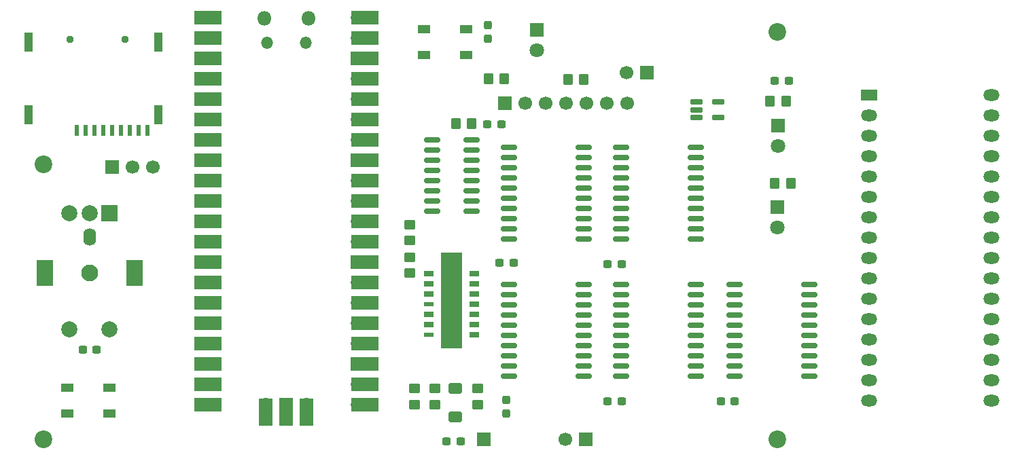
<source format=gbr>
%TF.GenerationSoftware,KiCad,Pcbnew,9.0.6*%
%TF.CreationDate,2025-11-05T23:56:09-08:00*%
%TF.ProjectId,SD-PGMR,53442d50-474d-4522-9e6b-696361645f70,v2.0*%
%TF.SameCoordinates,Original*%
%TF.FileFunction,Soldermask,Top*%
%TF.FilePolarity,Negative*%
%FSLAX46Y46*%
G04 Gerber Fmt 4.6, Leading zero omitted, Abs format (unit mm)*
G04 Created by KiCad (PCBNEW 9.0.6) date 2025-11-05 23:56:09*
%MOMM*%
%LPD*%
G01*
G04 APERTURE LIST*
G04 Aperture macros list*
%AMRoundRect*
0 Rectangle with rounded corners*
0 $1 Rounding radius*
0 $2 $3 $4 $5 $6 $7 $8 $9 X,Y pos of 4 corners*
0 Add a 4 corners polygon primitive as box body*
4,1,4,$2,$3,$4,$5,$6,$7,$8,$9,$2,$3,0*
0 Add four circle primitives for the rounded corners*
1,1,$1+$1,$2,$3*
1,1,$1+$1,$4,$5*
1,1,$1+$1,$6,$7*
1,1,$1+$1,$8,$9*
0 Add four rect primitives between the rounded corners*
20,1,$1+$1,$2,$3,$4,$5,0*
20,1,$1+$1,$4,$5,$6,$7,0*
20,1,$1+$1,$6,$7,$8,$9,0*
20,1,$1+$1,$8,$9,$2,$3,0*%
G04 Aperture macros list end*
%ADD10RoundRect,0.250000X-0.350000X-0.450000X0.350000X-0.450000X0.350000X0.450000X-0.350000X0.450000X0*%
%ADD11RoundRect,0.237500X0.300000X0.237500X-0.300000X0.237500X-0.300000X-0.237500X0.300000X-0.237500X0*%
%ADD12R,1.800000X1.800000*%
%ADD13C,1.800000*%
%ADD14C,2.200000*%
%ADD15RoundRect,0.150000X0.875000X0.150000X-0.875000X0.150000X-0.875000X-0.150000X0.875000X-0.150000X0*%
%ADD16RoundRect,0.237500X-0.300000X-0.237500X0.300000X-0.237500X0.300000X0.237500X-0.300000X0.237500X0*%
%ADD17R,2.000000X1.440000*%
%ADD18O,2.000000X1.440000*%
%ADD19R,1.700000X1.700000*%
%ADD20C,1.700000*%
%ADD21RoundRect,0.250000X-0.600000X0.400000X-0.600000X-0.400000X0.600000X-0.400000X0.600000X0.400000X0*%
%ADD22O,1.800000X1.800000*%
%ADD23O,1.500000X1.500000*%
%ADD24O,1.700000X1.700000*%
%ADD25R,3.500000X1.700000*%
%ADD26R,1.700000X3.500000*%
%ADD27C,0.950000*%
%ADD28R,0.620000X1.400000*%
%ADD29R,1.100000X2.400000*%
%ADD30RoundRect,0.250000X0.350000X0.450000X-0.350000X0.450000X-0.350000X-0.450000X0.350000X-0.450000X0*%
%ADD31RoundRect,0.250000X-0.450000X0.350000X-0.450000X-0.350000X0.450000X-0.350000X0.450000X0.350000X0*%
%ADD32RoundRect,0.150000X-0.825000X-0.150000X0.825000X-0.150000X0.825000X0.150000X-0.825000X0.150000X0*%
%ADD33RoundRect,0.150000X-0.875000X-0.150000X0.875000X-0.150000X0.875000X0.150000X-0.875000X0.150000X0*%
%ADD34RoundRect,0.237500X0.237500X-0.300000X0.237500X0.300000X-0.237500X0.300000X-0.237500X-0.300000X0*%
%ADD35RoundRect,0.250000X0.450000X-0.350000X0.450000X0.350000X-0.450000X0.350000X-0.450000X-0.350000X0*%
%ADD36O,1.600000X2.200000*%
%ADD37C,2.100000*%
%ADD38R,2.000000X2.000000*%
%ADD39C,2.000000*%
%ADD40R,2.000000X3.200000*%
%ADD41R,1.310000X0.650000*%
%ADD42R,1.310000X0.600000*%
%ADD43R,1.325000X1.500000*%
%ADD44C,0.800000*%
%ADD45R,1.600000X1.000000*%
%ADD46RoundRect,0.162500X-0.617500X-0.162500X0.617500X-0.162500X0.617500X0.162500X-0.617500X0.162500X0*%
G04 APERTURE END LIST*
D10*
%TO.C,R9*%
X145304000Y-87249000D03*
X147304000Y-87249000D03*
%TD*%
D11*
%TO.C,C9*%
X137006501Y-92837000D03*
X135281499Y-92837000D03*
%TD*%
D12*
%TO.C,LED2*%
X171500800Y-92959000D03*
D13*
X171500800Y-95499000D03*
%TD*%
D14*
%TO.C,H3*%
X171450000Y-132080000D03*
%TD*%
D11*
%TO.C,C1*%
X86587500Y-120900000D03*
X84862500Y-120900000D03*
%TD*%
D15*
%TO.C,U5*%
X147320000Y-124206000D03*
X147320000Y-122936000D03*
X147320000Y-121666000D03*
X147320000Y-120396000D03*
X147320000Y-119126000D03*
X147320000Y-117856000D03*
X147320000Y-116586000D03*
X147320000Y-115316000D03*
X147320000Y-114046000D03*
X147320000Y-112776000D03*
X138020000Y-112776000D03*
X138020000Y-114046000D03*
X138020000Y-115316000D03*
X138020000Y-116586000D03*
X138020000Y-117856000D03*
X138020000Y-119126000D03*
X138020000Y-120396000D03*
X138020000Y-121666000D03*
X138020000Y-122936000D03*
X138020000Y-124206000D03*
%TD*%
%TO.C,U9*%
X161290000Y-124206000D03*
X161290000Y-122936000D03*
X161290000Y-121666000D03*
X161290000Y-120396000D03*
X161290000Y-119126000D03*
X161290000Y-117856000D03*
X161290000Y-116586000D03*
X161290000Y-115316000D03*
X161290000Y-114046000D03*
X161290000Y-112776000D03*
X151990000Y-112776000D03*
X151990000Y-114046000D03*
X151990000Y-115316000D03*
X151990000Y-116586000D03*
X151990000Y-117856000D03*
X151990000Y-119126000D03*
X151990000Y-120396000D03*
X151990000Y-121666000D03*
X151990000Y-122936000D03*
X151990000Y-124206000D03*
%TD*%
D16*
%TO.C,C8*%
X150267499Y-110236000D03*
X151992501Y-110236000D03*
%TD*%
D17*
%TO.C,U4*%
X182880000Y-89154000D03*
D18*
X182880000Y-91694000D03*
X182880000Y-94234000D03*
X182880000Y-96774000D03*
X182880000Y-99314000D03*
X182880000Y-101854000D03*
X182880000Y-104394000D03*
X182880000Y-106934000D03*
X182880000Y-109474000D03*
X182880000Y-112014000D03*
X182880000Y-114554000D03*
X182880000Y-117094000D03*
X182880000Y-119634000D03*
X182880000Y-122174000D03*
X182880000Y-124714000D03*
X182880000Y-127254000D03*
X198120000Y-127254000D03*
X198120000Y-124714000D03*
X198120000Y-122174000D03*
X198120000Y-119634000D03*
X198120000Y-117094000D03*
X198120000Y-114554000D03*
X198120000Y-112014000D03*
X198120000Y-109474000D03*
X198120000Y-106934000D03*
X198120000Y-104394000D03*
X198120000Y-101854000D03*
X198120000Y-99314000D03*
X198120000Y-96774000D03*
X198120000Y-94234000D03*
X198120000Y-91694000D03*
X198120000Y-89154000D03*
%TD*%
D19*
%TO.C,J1*%
X137434000Y-90145000D03*
D20*
X139974000Y-90145000D03*
X142514000Y-90145000D03*
X145054000Y-90145000D03*
X147594000Y-90145000D03*
X150134000Y-90145000D03*
X152674000Y-90145000D03*
%TD*%
D21*
%TO.C,D1*%
X131318000Y-125758000D03*
X131318000Y-129258000D03*
%TD*%
D12*
%TO.C,LED3*%
X171450000Y-103119000D03*
D13*
X171450000Y-105659000D03*
%TD*%
D10*
%TO.C,R5*%
X131334000Y-92710000D03*
X133334000Y-92710000D03*
%TD*%
D22*
%TO.C,U1*%
X107511001Y-79632000D03*
D23*
X107811001Y-82662000D03*
X112661001Y-82662000D03*
D22*
X112961001Y-79632000D03*
D24*
X101346001Y-79502000D03*
D25*
X100446001Y-79502000D03*
D24*
X101346001Y-82042000D03*
D25*
X100446001Y-82042000D03*
D19*
X101346001Y-84582000D03*
D25*
X100446001Y-84582000D03*
D24*
X101346001Y-87122000D03*
D25*
X100446001Y-87122000D03*
D24*
X101346001Y-89662000D03*
D25*
X100446001Y-89662000D03*
D24*
X101346001Y-92202000D03*
D25*
X100446001Y-92202000D03*
D24*
X101346001Y-94742000D03*
D25*
X100446001Y-94742000D03*
D19*
X101346001Y-97282000D03*
D25*
X100446001Y-97282000D03*
D24*
X101346001Y-99822000D03*
D25*
X100446001Y-99822000D03*
D24*
X101346001Y-102362000D03*
D25*
X100446001Y-102362000D03*
D24*
X101346001Y-104902000D03*
D25*
X100446001Y-104902000D03*
D24*
X101346001Y-107442000D03*
D25*
X100446001Y-107442000D03*
D19*
X101346001Y-109982000D03*
D25*
X100446001Y-109982000D03*
D24*
X101346001Y-112522000D03*
D25*
X100446001Y-112522000D03*
D24*
X101346001Y-115062000D03*
D25*
X100446001Y-115062000D03*
D24*
X101346001Y-117602000D03*
D25*
X100446001Y-117602000D03*
D24*
X101346001Y-120142000D03*
D25*
X100446001Y-120142000D03*
D19*
X101346001Y-122682000D03*
D25*
X100446001Y-122682000D03*
D24*
X101346001Y-125222000D03*
D25*
X100446001Y-125222000D03*
D24*
X101346001Y-127762000D03*
D25*
X100446001Y-127762000D03*
D24*
X119126001Y-127762000D03*
D25*
X120026001Y-127762000D03*
D24*
X119126001Y-125222000D03*
D25*
X120026001Y-125222000D03*
D19*
X119126001Y-122682000D03*
D25*
X120026001Y-122682000D03*
D24*
X119126001Y-120142000D03*
D25*
X120026001Y-120142000D03*
D24*
X119126001Y-117602000D03*
D25*
X120026001Y-117602000D03*
D24*
X119126001Y-115062000D03*
D25*
X120026001Y-115062000D03*
D24*
X119126001Y-112522000D03*
D25*
X120026001Y-112522000D03*
D19*
X119126001Y-109982000D03*
D25*
X120026001Y-109982000D03*
D24*
X119126001Y-107442000D03*
D25*
X120026001Y-107442000D03*
D24*
X119126001Y-104902000D03*
D25*
X120026001Y-104902000D03*
D24*
X119126001Y-102362000D03*
D25*
X120026001Y-102362000D03*
D24*
X119126001Y-99822000D03*
D25*
X120026001Y-99822000D03*
D19*
X119126001Y-97282000D03*
D25*
X120026001Y-97282000D03*
D24*
X119126001Y-94742000D03*
D25*
X120026001Y-94742000D03*
D24*
X119126001Y-92202000D03*
D25*
X120026001Y-92202000D03*
D24*
X119126001Y-89662000D03*
D25*
X120026001Y-89662000D03*
D24*
X119126001Y-87122000D03*
D25*
X120026001Y-87122000D03*
D19*
X119126001Y-84582000D03*
D25*
X120026001Y-84582000D03*
D24*
X119126001Y-82042000D03*
D25*
X120026001Y-82042000D03*
D24*
X119126001Y-79502000D03*
D25*
X120026001Y-79502000D03*
D24*
X107700001Y-127802000D03*
D26*
X107700001Y-128702000D03*
D19*
X110240001Y-127802000D03*
D26*
X110240001Y-128702000D03*
D24*
X112780001Y-127802000D03*
D26*
X112780001Y-128702000D03*
%TD*%
D14*
%TO.C,H2*%
X80010000Y-132080000D03*
%TD*%
D27*
%TO.C,SD1*%
X90101000Y-82180000D03*
X83301000Y-82180000D03*
D28*
X84121000Y-93600000D03*
X85221000Y-93600000D03*
X86321000Y-93600000D03*
X87421000Y-93600000D03*
X88521000Y-93600000D03*
X89621000Y-93600000D03*
X90721000Y-93600000D03*
X91821000Y-93600000D03*
X92921000Y-93600000D03*
D29*
X94301000Y-91600000D03*
X94301000Y-82600000D03*
X78151000Y-91600000D03*
X78151000Y-82600000D03*
%TD*%
D30*
%TO.C,R7*%
X137398000Y-87122000D03*
X135398000Y-87122000D03*
%TD*%
D31*
%TO.C,R8*%
X126238000Y-125746000D03*
X126238000Y-127746000D03*
%TD*%
D10*
%TO.C,R12*%
X170500800Y-89911000D03*
X172500800Y-89911000D03*
%TD*%
D15*
%TO.C,U8*%
X147320000Y-107086400D03*
X147320000Y-105816400D03*
X147320000Y-104546400D03*
X147320000Y-103276400D03*
X147320000Y-102006400D03*
X147320000Y-100736400D03*
X147320000Y-99466400D03*
X147320000Y-98196400D03*
X147320000Y-96926400D03*
X147320000Y-95656400D03*
X138020000Y-95656400D03*
X138020000Y-96926400D03*
X138020000Y-98196400D03*
X138020000Y-99466400D03*
X138020000Y-100736400D03*
X138020000Y-102006400D03*
X138020000Y-103276400D03*
X138020000Y-104546400D03*
X138020000Y-105816400D03*
X138020000Y-107086400D03*
%TD*%
D14*
%TO.C,H4*%
X171450000Y-81280000D03*
%TD*%
D32*
%TO.C,U2*%
X128400000Y-94742000D03*
X128400000Y-96012000D03*
X128400000Y-97282000D03*
X128400000Y-98552000D03*
X128400000Y-99822000D03*
X128400000Y-101092000D03*
X128400000Y-102362000D03*
X128400000Y-103632000D03*
X133350000Y-103632000D03*
X133350000Y-102362000D03*
X133350000Y-101092000D03*
X133350000Y-99822000D03*
X133350000Y-98552000D03*
X133350000Y-97282000D03*
X133350000Y-96012000D03*
X133350000Y-94742000D03*
%TD*%
D12*
%TO.C,LED1*%
X141478000Y-81026000D03*
D13*
X141478000Y-83566000D03*
%TD*%
D16*
%TO.C,C10*%
X171095500Y-87376000D03*
X172820500Y-87376000D03*
%TD*%
D19*
%TO.C,J2*%
X88519000Y-98171000D03*
D20*
X91059000Y-98171000D03*
X93599000Y-98171000D03*
%TD*%
D16*
%TO.C,C7*%
X164364499Y-127381000D03*
X166089501Y-127381000D03*
%TD*%
%TO.C,C4*%
X150267499Y-127381000D03*
X151992501Y-127381000D03*
%TD*%
%TO.C,C6*%
X130201499Y-132334000D03*
X131926501Y-132334000D03*
%TD*%
D33*
%TO.C,U7*%
X151990000Y-95656400D03*
X151990000Y-96926400D03*
X151990000Y-98196400D03*
X151990000Y-99466400D03*
X151990000Y-100736400D03*
X151990000Y-102006400D03*
X151990000Y-103276400D03*
X151990000Y-104546400D03*
X151990000Y-105816400D03*
X151990000Y-107086400D03*
X161290000Y-107086400D03*
X161290000Y-105816400D03*
X161290000Y-104546400D03*
X161290000Y-103276400D03*
X161290000Y-102006400D03*
X161290000Y-100736400D03*
X161290000Y-99466400D03*
X161290000Y-98196400D03*
X161290000Y-96926400D03*
X161290000Y-95656400D03*
%TD*%
D34*
%TO.C,C3*%
X137668000Y-128878501D03*
X137668000Y-127153499D03*
%TD*%
D35*
%TO.C,R1*%
X125603000Y-107299000D03*
X125603000Y-105299000D03*
%TD*%
D36*
%TO.C,RE1*%
X85725000Y-106875000D03*
D37*
X85725000Y-111375000D03*
D38*
X88225000Y-103875000D03*
D39*
X83225000Y-103875000D03*
X85725000Y-103875000D03*
D40*
X91325000Y-111375000D03*
X80125000Y-111375000D03*
D39*
X83225000Y-118375000D03*
X88225000Y-118375000D03*
%TD*%
D31*
%TO.C,R2*%
X125603000Y-109363000D03*
X125603000Y-111363000D03*
%TD*%
D19*
%TO.C,J4*%
X147579000Y-132080000D03*
D20*
X145039000Y-132080000D03*
%TD*%
D41*
%TO.C,U3*%
X127965000Y-111391000D03*
X127965000Y-112661000D03*
X127965000Y-113931000D03*
D42*
X127965000Y-115201000D03*
D41*
X127963884Y-116471911D03*
X127963884Y-117741911D03*
D42*
X127963884Y-119011911D03*
D41*
X133653884Y-119011911D03*
X133653884Y-117741911D03*
X133653884Y-116471911D03*
X133655000Y-115201000D03*
X133655000Y-113931000D03*
X133655000Y-112661000D03*
X133655000Y-111391000D03*
D43*
X130147500Y-112546000D03*
X130147500Y-114046000D03*
X130147778Y-118518449D03*
X130147778Y-120018449D03*
X130148787Y-109564011D03*
X130148787Y-111064011D03*
X130149795Y-115541408D03*
X130149795Y-117041408D03*
D44*
X130810000Y-112546000D03*
X130810000Y-114046000D03*
X130810278Y-118518449D03*
X130810278Y-120018449D03*
X130811287Y-109564011D03*
X130811287Y-111064011D03*
X130812295Y-115541408D03*
X130812295Y-117041408D03*
D43*
X131472500Y-112546000D03*
X131472500Y-114046000D03*
X131472778Y-118518449D03*
X131472778Y-120018449D03*
X131473787Y-109564011D03*
X131473787Y-111064011D03*
X131474795Y-115541408D03*
X131474795Y-117041408D03*
%TD*%
D16*
%TO.C,C2*%
X136805499Y-110109000D03*
X138530501Y-110109000D03*
%TD*%
D45*
%TO.C,SW1*%
X82973000Y-125654000D03*
X88223000Y-125654000D03*
X82973000Y-128854000D03*
X88223000Y-128854000D03*
%TD*%
D19*
%TO.C,J3*%
X155199000Y-86360000D03*
D20*
X152659000Y-86360000D03*
%TD*%
D19*
%TO.C,J5*%
X134874000Y-132096000D03*
%TD*%
D45*
%TO.C,SW2*%
X127423000Y-80950000D03*
X132673000Y-80950000D03*
X127423000Y-84150000D03*
X132673000Y-84150000D03*
%TD*%
D35*
%TO.C,R10*%
X128778000Y-127746000D03*
X128778000Y-125746000D03*
%TD*%
D14*
%TO.C,H1*%
X80010000Y-97790000D03*
%TD*%
D31*
%TO.C,R11*%
X134112000Y-125762000D03*
X134112000Y-127762000D03*
%TD*%
D34*
%TO.C,C5*%
X135382000Y-82142501D03*
X135382000Y-80417499D03*
%TD*%
D46*
%TO.C,U10*%
X161384000Y-90048000D03*
X161384000Y-90998000D03*
X161384000Y-91948000D03*
X164084000Y-91948000D03*
X164084000Y-90048000D03*
%TD*%
D15*
%TO.C,U6*%
X175416000Y-124206000D03*
X175416000Y-122936000D03*
X175416000Y-121666000D03*
X175416000Y-120396000D03*
X175416000Y-119126000D03*
X175416000Y-117856000D03*
X175416000Y-116586000D03*
X175416000Y-115316000D03*
X175416000Y-114046000D03*
X175416000Y-112776000D03*
X166116000Y-112776000D03*
X166116000Y-114046000D03*
X166116000Y-115316000D03*
X166116000Y-116586000D03*
X166116000Y-117856000D03*
X166116000Y-119126000D03*
X166116000Y-120396000D03*
X166116000Y-121666000D03*
X166116000Y-122936000D03*
X166116000Y-124206000D03*
%TD*%
D10*
%TO.C,R13*%
X171101000Y-100203000D03*
X173101000Y-100203000D03*
%TD*%
M02*

</source>
